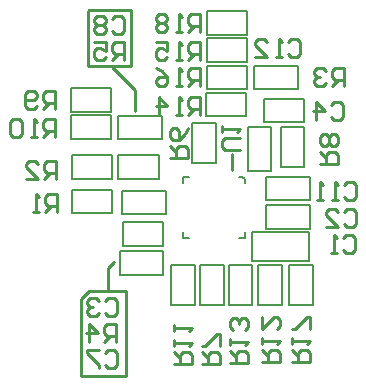
<source format=gbo>
G04*
G04 #@! TF.GenerationSoftware,Altium Limited,Altium Designer,23.3.1 (30)*
G04*
G04 Layer_Color=32896*
%FSLAX44Y44*%
%MOMM*%
G71*
G04*
G04 #@! TF.SameCoordinates,02606407-A08A-443E-84DD-E596A80F92CF*
G04*
G04*
G04 #@! TF.FilePolarity,Positive*
G04*
G01*
G75*
%ADD10C,0.2000*%
%ADD11C,0.2540*%
D10*
X279500Y262000D02*
Y265000D01*
Y215000D02*
Y220000D01*
X274500Y215000D02*
X279500D01*
X227500D02*
X232500D01*
X227500D02*
Y220000D01*
Y262000D02*
Y267000D01*
X232500D01*
X274500D02*
X277500D01*
X279500Y265000D01*
X247500Y387005D02*
X281500D01*
Y407005D01*
X247500Y387005D02*
Y407005D01*
X281500D01*
X247500Y384003D02*
X281500D01*
X247500Y364003D02*
Y384003D01*
X281500Y364003D02*
Y384003D01*
X247500Y364003D02*
X281500D01*
X247500Y361002D02*
X281500D01*
X247500Y341002D02*
Y361002D01*
X281500Y341002D02*
Y361002D01*
X247500Y341002D02*
X281500D01*
X247000Y318000D02*
X281000D01*
Y338000D01*
X247000Y318000D02*
Y338000D01*
X281000D01*
X235000Y278500D02*
Y312500D01*
Y278500D02*
X255000D01*
X235000Y312500D02*
X255000D01*
Y278500D02*
Y312500D01*
X324500Y341000D02*
Y361000D01*
X300250Y341000D02*
X324500D01*
X287500D02*
X300250D01*
X287500D02*
Y344500D01*
Y361000D02*
X324500D01*
X287500Y344500D02*
Y361000D01*
X295500Y333000D02*
X329500D01*
X295500Y313000D02*
Y333000D01*
X329500Y313000D02*
Y333000D01*
X295500Y313000D02*
X329500D01*
X282000Y272000D02*
X302000D01*
X282000D02*
Y296250D01*
Y309000D01*
X285500D01*
X302000Y272000D02*
Y309000D01*
X285500D02*
X302000D01*
X310000Y275000D02*
Y309000D01*
Y275000D02*
X330000D01*
X310000Y309000D02*
X330000D01*
Y275000D02*
Y309000D01*
X334500Y247000D02*
Y267000D01*
X310250Y247000D02*
X334500D01*
X297500D02*
X310250D01*
X297500D02*
Y250500D01*
Y267000D02*
X334500D01*
X297500Y250500D02*
Y267000D01*
X297500Y223000D02*
Y243000D01*
X321750D01*
X334500D01*
Y239500D02*
Y243000D01*
X297500Y223000D02*
X334500D01*
Y239500D01*
X286000Y196000D02*
Y220000D01*
Y196000D02*
X334000D01*
X286000Y220000D02*
X334000D01*
Y196000D02*
Y220000D01*
X317000Y158500D02*
Y192500D01*
Y158500D02*
X337000D01*
X317000Y192500D02*
X337000D01*
Y158500D02*
Y192500D01*
X311000Y158500D02*
Y192500D01*
X291000D02*
X311000D01*
X291000Y158500D02*
X311000D01*
X291000D02*
Y192500D01*
X266000Y158500D02*
Y192500D01*
Y158500D02*
X286000D01*
X266000Y192500D02*
X286000D01*
Y158500D02*
Y192500D01*
X262000Y158500D02*
Y192500D01*
X242000D02*
X262000D01*
X242000Y158500D02*
X262000D01*
X242000D02*
Y192500D01*
X237000Y158500D02*
Y192500D01*
X217000D02*
X237000D01*
X217000Y158500D02*
X237000D01*
X217000D02*
Y192500D01*
X210500Y183958D02*
Y200457D01*
X173500Y183958D02*
X210500D01*
Y200457D02*
Y203958D01*
X197750D02*
X210500D01*
X173500D02*
X197750D01*
X173500Y183958D02*
Y203958D01*
X176500Y228500D02*
X210500D01*
X176500Y208500D02*
Y228500D01*
X210500Y208500D02*
Y228500D01*
X176500Y208500D02*
X210500D01*
X213000Y235000D02*
Y255000D01*
X188750Y235000D02*
X213000D01*
X176000D02*
X188750D01*
X176000D02*
Y238500D01*
Y255000D02*
X213000D01*
X176000Y238500D02*
Y255000D01*
X172500Y265000D02*
X206500D01*
Y285000D01*
X172500Y265000D02*
Y285000D01*
X206500D01*
X172500Y298500D02*
Y318500D01*
X196750D01*
X209500D01*
Y315000D02*
Y318500D01*
X172500Y298500D02*
X209500D01*
Y315000D01*
X133000Y256000D02*
X167000D01*
X133000Y236000D02*
Y256000D01*
X167000Y236000D02*
Y256000D01*
X133000Y236000D02*
X167000D01*
X133000Y285000D02*
X167000D01*
X133000Y265000D02*
Y285000D01*
X167000Y265000D02*
Y285000D01*
X133000Y265000D02*
X167000D01*
X132500Y299000D02*
X166500D01*
Y319000D01*
X132500Y299000D02*
Y319000D01*
X166500D01*
X132500Y342000D02*
X166500D01*
X132500Y322000D02*
Y342000D01*
X166500Y322000D02*
Y342000D01*
X132500Y322000D02*
X166500D01*
D11*
X269000Y273000D02*
Y286000D01*
X187000Y323000D02*
Y340000D01*
X167000Y360000D02*
X187000Y340000D01*
X167000Y360000D02*
X167000D01*
X148000Y408000D02*
X183000D01*
X147000Y407000D02*
X148000Y408000D01*
X147000Y361000D02*
Y407000D01*
Y361000D02*
X183000D01*
Y408000D01*
X163500Y189500D02*
X169000Y195000D01*
X163500Y170000D02*
Y189500D01*
X148000Y170000D02*
X179000D01*
X141000Y163000D02*
X148000Y170000D01*
X141000Y98000D02*
Y163000D01*
Y98000D02*
X179000D01*
Y170000D01*
X275618Y289843D02*
X262922D01*
X260382Y292383D01*
Y297461D01*
X262922Y300000D01*
X275618D01*
X260382Y305078D02*
Y310157D01*
Y307618D01*
X275618D01*
X273078Y305078D01*
X319382Y109956D02*
X334618D01*
Y117574D01*
X332078Y120113D01*
X327000D01*
X324461Y117574D01*
Y109956D01*
Y115035D02*
X319382Y120113D01*
Y125191D02*
Y130270D01*
Y127730D01*
X334618D01*
X332078Y125191D01*
X334618Y137887D02*
Y148044D01*
X332078D01*
X321922Y137887D01*
X319382D01*
X242044Y389383D02*
Y404618D01*
X234426D01*
X231887Y402078D01*
Y397000D01*
X234426Y394461D01*
X242044D01*
X236966D02*
X231887Y389383D01*
X226809D02*
X221730D01*
X224270D01*
Y404618D01*
X226809Y402078D01*
X214113D02*
X211574Y404618D01*
X206495D01*
X203956Y402078D01*
Y399539D01*
X206495Y397000D01*
X203956Y394461D01*
Y391922D01*
X206495Y389383D01*
X211574D01*
X214113Y391922D01*
Y394461D01*
X211574Y397000D01*
X214113Y399539D01*
Y402078D01*
X211574Y397000D02*
X206495D01*
X242044Y365382D02*
Y380617D01*
X234426D01*
X231887Y378078D01*
Y373000D01*
X234426Y370461D01*
X242044D01*
X236966D02*
X231887Y365382D01*
X226809D02*
X221730D01*
X224270D01*
Y380617D01*
X226809Y378078D01*
X203956Y380617D02*
X214113D01*
Y373000D01*
X209035Y375539D01*
X206495D01*
X203956Y373000D01*
Y367922D01*
X206495Y365382D01*
X211574D01*
X214113Y367922D01*
X242044Y343382D02*
Y358618D01*
X234426D01*
X231887Y356078D01*
Y351000D01*
X234426Y348461D01*
X242044D01*
X236966D02*
X231887Y343382D01*
X226809D02*
X221730D01*
X224270D01*
Y358618D01*
X226809Y356078D01*
X203956Y358618D02*
X209035Y356078D01*
X214113Y351000D01*
Y345922D01*
X211574Y343382D01*
X206495D01*
X203956Y345922D01*
Y348461D01*
X206495Y351000D01*
X214113D01*
X242044Y319382D02*
Y334618D01*
X234426D01*
X231887Y332078D01*
Y327000D01*
X234426Y324461D01*
X242044D01*
X236966D02*
X231887Y319382D01*
X226809D02*
X221730D01*
X224270D01*
Y334618D01*
X226809Y332078D01*
X206495Y319382D02*
Y334618D01*
X214113Y327000D01*
X203956D01*
X216383Y282854D02*
X231618D01*
Y290472D01*
X229078Y293011D01*
X224000D01*
X221461Y290472D01*
Y282854D01*
Y287933D02*
X216383Y293011D01*
X231618Y308246D02*
X229078Y303168D01*
X224000Y298089D01*
X218922D01*
X216383Y300629D01*
Y305707D01*
X218922Y308246D01*
X221461D01*
X224000Y305707D01*
Y298089D01*
X315887Y381078D02*
X318426Y383618D01*
X323505D01*
X326044Y381078D01*
Y370922D01*
X323505Y368382D01*
X318426D01*
X315887Y370922D01*
X310809Y368382D02*
X305730D01*
X308270D01*
Y383618D01*
X310809Y381078D01*
X287956Y368382D02*
X298113D01*
X287956Y378539D01*
Y381078D01*
X290495Y383618D01*
X295574D01*
X298113Y381078D01*
X363696Y343382D02*
Y358618D01*
X356078D01*
X353539Y356078D01*
Y351000D01*
X356078Y348461D01*
X363696D01*
X358618D02*
X353539Y343382D01*
X348461Y356078D02*
X345922Y358618D01*
X340843D01*
X338304Y356078D01*
Y353539D01*
X340843Y351000D01*
X343382D01*
X340843D01*
X338304Y348461D01*
Y345922D01*
X340843Y343382D01*
X345922D01*
X348461Y345922D01*
X352539Y328078D02*
X355078Y330617D01*
X360157D01*
X362696Y328078D01*
Y317922D01*
X360157Y315382D01*
X355078D01*
X352539Y317922D01*
X339843Y315382D02*
Y330617D01*
X347461Y323000D01*
X337304D01*
X343382Y277304D02*
X358618D01*
Y284922D01*
X356078Y287461D01*
X351000D01*
X348461Y284922D01*
Y277304D01*
Y282383D02*
X343382Y287461D01*
X356078Y292539D02*
X358618Y295078D01*
Y300157D01*
X356078Y302696D01*
X353539D01*
X351000Y300157D01*
X348461Y302696D01*
X345922D01*
X343382Y300157D01*
Y295078D01*
X345922Y292539D01*
X348461D01*
X351000Y295078D01*
X353539Y292539D01*
X356078D01*
X351000Y295078D02*
Y300157D01*
X363348Y260078D02*
X365887Y262617D01*
X370965D01*
X373505Y260078D01*
Y249922D01*
X370965Y247383D01*
X365887D01*
X363348Y249922D01*
X358270Y247383D02*
X353191D01*
X355730D01*
Y262617D01*
X358270Y260078D01*
X345574Y247383D02*
X340495D01*
X343035D01*
Y262617D01*
X345574Y260078D01*
X363539Y237078D02*
X366078Y239618D01*
X371157D01*
X373696Y237078D01*
Y226922D01*
X371157Y224382D01*
X366078D01*
X363539Y226922D01*
X348304Y224382D02*
X358461D01*
X348304Y234539D01*
Y237078D01*
X350843Y239618D01*
X355922D01*
X358461Y237078D01*
X363000Y215078D02*
X365539Y217617D01*
X370617D01*
X373157Y215078D01*
Y204922D01*
X370617Y202383D01*
X365539D01*
X363000Y204922D01*
X357922Y202383D02*
X352843D01*
X355382D01*
Y217617D01*
X357922Y215078D01*
X294382Y109956D02*
X309618D01*
Y117574D01*
X307078Y120113D01*
X302000D01*
X299461Y117574D01*
Y109956D01*
Y115035D02*
X294382Y120113D01*
Y125191D02*
Y130270D01*
Y127730D01*
X309618D01*
X307078Y125191D01*
X294382Y148044D02*
Y137887D01*
X304539Y148044D01*
X307078D01*
X309618Y145505D01*
Y140426D01*
X307078Y137887D01*
X267383Y108956D02*
X282617D01*
Y116574D01*
X280078Y119113D01*
X275000D01*
X272461Y116574D01*
Y108956D01*
Y114035D02*
X267383Y119113D01*
Y124191D02*
Y129270D01*
Y126730D01*
X282617D01*
X280078Y124191D01*
Y136887D02*
X282617Y139426D01*
Y144505D01*
X280078Y147044D01*
X277539D01*
X275000Y144505D01*
Y141966D01*
Y144505D01*
X272461Y147044D01*
X269922D01*
X267383Y144505D01*
Y139426D01*
X269922Y136887D01*
X243382Y108304D02*
X258618D01*
Y115922D01*
X256078Y118461D01*
X251000D01*
X248461Y115922D01*
Y108304D01*
Y113383D02*
X243382Y118461D01*
X258618Y123539D02*
Y133696D01*
X256078D01*
X245922Y123539D01*
X243382D01*
X219382Y108495D02*
X234618D01*
Y116113D01*
X232078Y118652D01*
X227000D01*
X224461Y116113D01*
Y108495D01*
Y113574D02*
X219382Y118652D01*
Y123730D02*
Y128809D01*
Y126270D01*
X234618D01*
X232078Y123730D01*
X219382Y136426D02*
Y141505D01*
Y138966D01*
X234618D01*
X232078Y136426D01*
X161539Y118078D02*
X164078Y120618D01*
X169157D01*
X171696Y118078D01*
Y107922D01*
X169157Y105382D01*
X164078D01*
X161539Y107922D01*
X156461Y120618D02*
X146304D01*
Y118078D01*
X156461Y107922D01*
Y105382D01*
X170696Y127382D02*
Y142618D01*
X163078D01*
X160539Y140078D01*
Y135000D01*
X163078Y132461D01*
X170696D01*
X165618D02*
X160539Y127382D01*
X147843D02*
Y142618D01*
X155461Y135000D01*
X145304D01*
X161539Y162078D02*
X164078Y164618D01*
X169157D01*
X171696Y162078D01*
Y151922D01*
X169157Y149382D01*
X164078D01*
X161539Y151922D01*
X156461Y162078D02*
X153922Y164618D01*
X148843D01*
X146304Y162078D01*
Y159539D01*
X148843Y157000D01*
X151383D01*
X148843D01*
X146304Y154461D01*
Y151922D01*
X148843Y149382D01*
X153922D01*
X156461Y151922D01*
X177696Y365382D02*
Y380617D01*
X170078D01*
X167539Y378078D01*
Y373000D01*
X170078Y370461D01*
X177696D01*
X172617D02*
X167539Y365382D01*
X152304Y380617D02*
X162461D01*
Y373000D01*
X157382Y375539D01*
X154843D01*
X152304Y373000D01*
Y367922D01*
X154843Y365382D01*
X159922D01*
X162461Y367922D01*
X167539Y400078D02*
X170078Y402617D01*
X175157D01*
X177696Y400078D01*
Y389922D01*
X175157Y387383D01*
X170078D01*
X167539Y389922D01*
X162461Y400078D02*
X159922Y402617D01*
X154843D01*
X152304Y400078D01*
Y397539D01*
X154843Y395000D01*
X152304Y392461D01*
Y389922D01*
X154843Y387383D01*
X159922D01*
X162461Y389922D01*
Y392461D01*
X159922Y395000D01*
X162461Y397539D01*
Y400078D01*
X159922Y395000D02*
X154843D01*
X118696Y324383D02*
Y339618D01*
X111078D01*
X108539Y337078D01*
Y332000D01*
X111078Y329461D01*
X118696D01*
X113617D02*
X108539Y324383D01*
X103461Y326922D02*
X100922Y324383D01*
X95843D01*
X93304Y326922D01*
Y337078D01*
X95843Y339618D01*
X100922D01*
X103461Y337078D01*
Y334539D01*
X100922Y332000D01*
X93304D01*
X120157Y237383D02*
Y252617D01*
X112539D01*
X110000Y250078D01*
Y245000D01*
X112539Y242461D01*
X120157D01*
X115078D02*
X110000Y237383D01*
X104922D02*
X99843D01*
X102382D01*
Y252617D01*
X104922Y250078D01*
X119696Y265382D02*
Y280618D01*
X112078D01*
X109539Y278078D01*
Y273000D01*
X112078Y270461D01*
X119696D01*
X114618D02*
X109539Y265382D01*
X94304D02*
X104461D01*
X94304Y275539D01*
Y278078D01*
X96843Y280618D01*
X101922D01*
X104461Y278078D01*
X119044Y300382D02*
Y315618D01*
X111426D01*
X108887Y313078D01*
Y308000D01*
X111426Y305461D01*
X119044D01*
X113966D02*
X108887Y300382D01*
X103809D02*
X98730D01*
X101270D01*
Y315618D01*
X103809Y313078D01*
X91113D02*
X88574Y315618D01*
X83495D01*
X80956Y313078D01*
Y302922D01*
X83495Y300382D01*
X88574D01*
X91113Y302922D01*
Y313078D01*
M02*

</source>
